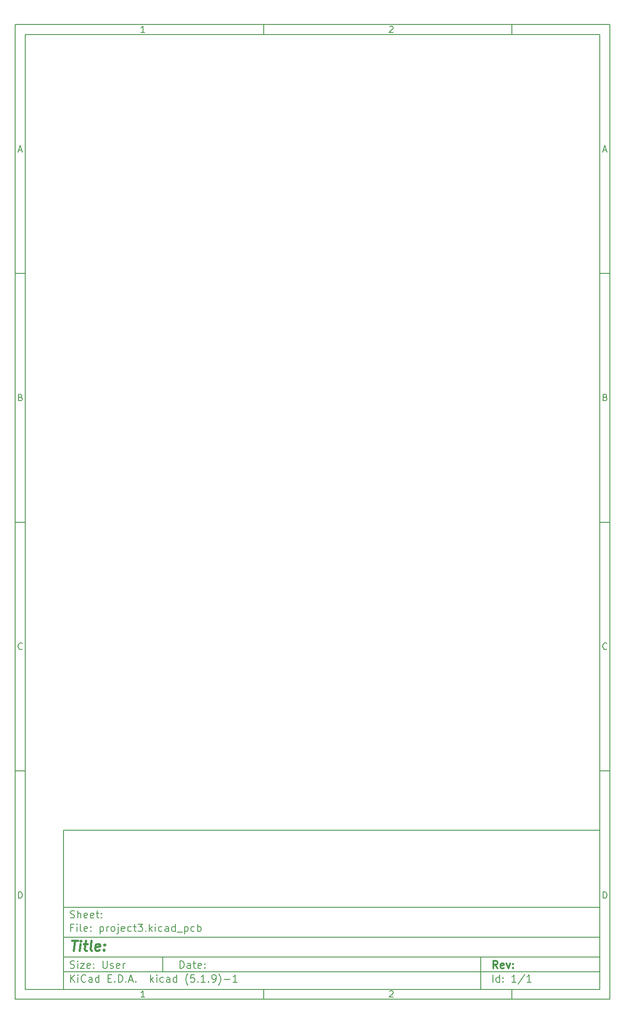
<source format=gbr>
%TF.GenerationSoftware,KiCad,Pcbnew,(5.1.9)-1*%
%TF.CreationDate,2021-06-09T21:17:05-04:00*%
%TF.ProjectId,project3,70726f6a-6563-4743-932e-6b696361645f,rev?*%
%TF.SameCoordinates,Original*%
%TF.FileFunction,Other,Comment*%
%FSLAX45Y45*%
G04 Gerber Fmt 4.5, Leading zero omitted, Abs format (unit mm)*
G04 Created by KiCad (PCBNEW (5.1.9)-1) date 2021-06-09 21:17:05*
%MOMM*%
%LPD*%
G01*
G04 APERTURE LIST*
%ADD10C,0.127000*%
%ADD11C,0.150000*%
%ADD12C,0.300000*%
%ADD13C,0.400000*%
G04 APERTURE END LIST*
D10*
D11*
X1970000Y-17190000D02*
X1970000Y-20390000D01*
X12770000Y-20390000D01*
X12770000Y-17190000D01*
X1970000Y-17190000D01*
D10*
D11*
X1000000Y-1000000D02*
X1000000Y-20590000D01*
X12970000Y-20590000D01*
X12970000Y-1000000D01*
X1000000Y-1000000D01*
D10*
D11*
X1200000Y-1200000D02*
X1200000Y-20390000D01*
X12770000Y-20390000D01*
X12770000Y-1200000D01*
X1200000Y-1200000D01*
D10*
D11*
X6000000Y-1200000D02*
X6000000Y-1000000D01*
D10*
D11*
X11000000Y-1200000D02*
X11000000Y-1000000D01*
D10*
D11*
X3606548Y-1158810D02*
X3532262Y-1158810D01*
X3569405Y-1158810D02*
X3569405Y-1028809D01*
X3557024Y-1047381D01*
X3544643Y-1059762D01*
X3532262Y-1065952D01*
D10*
D11*
X8532262Y-1041190D02*
X8538452Y-1035000D01*
X8550833Y-1028809D01*
X8581786Y-1028809D01*
X8594167Y-1035000D01*
X8600357Y-1041190D01*
X8606548Y-1053571D01*
X8606548Y-1065952D01*
X8600357Y-1084524D01*
X8526071Y-1158810D01*
X8606548Y-1158810D01*
D10*
D11*
X6000000Y-20390000D02*
X6000000Y-20590000D01*
D10*
D11*
X11000000Y-20390000D02*
X11000000Y-20590000D01*
D10*
D11*
X3606548Y-20548810D02*
X3532262Y-20548810D01*
X3569405Y-20548810D02*
X3569405Y-20418810D01*
X3557024Y-20437381D01*
X3544643Y-20449762D01*
X3532262Y-20455952D01*
D10*
D11*
X8532262Y-20431190D02*
X8538452Y-20425000D01*
X8550833Y-20418810D01*
X8581786Y-20418810D01*
X8594167Y-20425000D01*
X8600357Y-20431190D01*
X8606548Y-20443571D01*
X8606548Y-20455952D01*
X8600357Y-20474524D01*
X8526071Y-20548810D01*
X8606548Y-20548810D01*
D10*
D11*
X1000000Y-6000000D02*
X1200000Y-6000000D01*
D10*
D11*
X1000000Y-11000000D02*
X1200000Y-11000000D01*
D10*
D11*
X1000000Y-16000000D02*
X1200000Y-16000000D01*
D10*
D11*
X1069048Y-3521667D02*
X1130952Y-3521667D01*
X1056667Y-3558809D02*
X1100000Y-3428809D01*
X1143333Y-3558809D01*
D10*
D11*
X1109286Y-8490714D02*
X1127857Y-8496905D01*
X1134048Y-8503095D01*
X1140238Y-8515476D01*
X1140238Y-8534048D01*
X1134048Y-8546429D01*
X1127857Y-8552619D01*
X1115476Y-8558810D01*
X1065952Y-8558810D01*
X1065952Y-8428810D01*
X1109286Y-8428810D01*
X1121667Y-8435000D01*
X1127857Y-8441190D01*
X1134048Y-8453571D01*
X1134048Y-8465952D01*
X1127857Y-8478333D01*
X1121667Y-8484524D01*
X1109286Y-8490714D01*
X1065952Y-8490714D01*
D10*
D11*
X1140238Y-13546428D02*
X1134048Y-13552619D01*
X1115476Y-13558809D01*
X1103095Y-13558809D01*
X1084524Y-13552619D01*
X1072143Y-13540238D01*
X1065952Y-13527857D01*
X1059762Y-13503095D01*
X1059762Y-13484524D01*
X1065952Y-13459762D01*
X1072143Y-13447381D01*
X1084524Y-13435000D01*
X1103095Y-13428809D01*
X1115476Y-13428809D01*
X1134048Y-13435000D01*
X1140238Y-13441190D01*
D10*
D11*
X1065952Y-18558810D02*
X1065952Y-18428810D01*
X1096905Y-18428810D01*
X1115476Y-18435000D01*
X1127857Y-18447381D01*
X1134048Y-18459762D01*
X1140238Y-18484524D01*
X1140238Y-18503095D01*
X1134048Y-18527857D01*
X1127857Y-18540238D01*
X1115476Y-18552619D01*
X1096905Y-18558810D01*
X1065952Y-18558810D01*
D10*
D11*
X12970000Y-6000000D02*
X12770000Y-6000000D01*
D10*
D11*
X12970000Y-11000000D02*
X12770000Y-11000000D01*
D10*
D11*
X12970000Y-16000000D02*
X12770000Y-16000000D01*
D10*
D11*
X12839048Y-3521667D02*
X12900952Y-3521667D01*
X12826667Y-3558809D02*
X12870000Y-3428809D01*
X12913333Y-3558809D01*
D10*
D11*
X12879286Y-8490714D02*
X12897857Y-8496905D01*
X12904048Y-8503095D01*
X12910238Y-8515476D01*
X12910238Y-8534048D01*
X12904048Y-8546429D01*
X12897857Y-8552619D01*
X12885476Y-8558810D01*
X12835952Y-8558810D01*
X12835952Y-8428810D01*
X12879286Y-8428810D01*
X12891667Y-8435000D01*
X12897857Y-8441190D01*
X12904048Y-8453571D01*
X12904048Y-8465952D01*
X12897857Y-8478333D01*
X12891667Y-8484524D01*
X12879286Y-8490714D01*
X12835952Y-8490714D01*
D10*
D11*
X12910238Y-13546428D02*
X12904048Y-13552619D01*
X12885476Y-13558809D01*
X12873095Y-13558809D01*
X12854524Y-13552619D01*
X12842143Y-13540238D01*
X12835952Y-13527857D01*
X12829762Y-13503095D01*
X12829762Y-13484524D01*
X12835952Y-13459762D01*
X12842143Y-13447381D01*
X12854524Y-13435000D01*
X12873095Y-13428809D01*
X12885476Y-13428809D01*
X12904048Y-13435000D01*
X12910238Y-13441190D01*
D10*
D11*
X12835952Y-18558810D02*
X12835952Y-18428810D01*
X12866905Y-18428810D01*
X12885476Y-18435000D01*
X12897857Y-18447381D01*
X12904048Y-18459762D01*
X12910238Y-18484524D01*
X12910238Y-18503095D01*
X12904048Y-18527857D01*
X12897857Y-18540238D01*
X12885476Y-18552619D01*
X12866905Y-18558810D01*
X12835952Y-18558810D01*
D10*
D11*
X4313214Y-19967857D02*
X4313214Y-19817857D01*
X4348929Y-19817857D01*
X4370357Y-19825000D01*
X4384643Y-19839286D01*
X4391786Y-19853571D01*
X4398929Y-19882143D01*
X4398929Y-19903571D01*
X4391786Y-19932143D01*
X4384643Y-19946429D01*
X4370357Y-19960714D01*
X4348929Y-19967857D01*
X4313214Y-19967857D01*
X4527500Y-19967857D02*
X4527500Y-19889286D01*
X4520357Y-19875000D01*
X4506071Y-19867857D01*
X4477500Y-19867857D01*
X4463214Y-19875000D01*
X4527500Y-19960714D02*
X4513214Y-19967857D01*
X4477500Y-19967857D01*
X4463214Y-19960714D01*
X4456071Y-19946429D01*
X4456071Y-19932143D01*
X4463214Y-19917857D01*
X4477500Y-19910714D01*
X4513214Y-19910714D01*
X4527500Y-19903571D01*
X4577500Y-19867857D02*
X4634643Y-19867857D01*
X4598929Y-19817857D02*
X4598929Y-19946429D01*
X4606071Y-19960714D01*
X4620357Y-19967857D01*
X4634643Y-19967857D01*
X4741786Y-19960714D02*
X4727500Y-19967857D01*
X4698929Y-19967857D01*
X4684643Y-19960714D01*
X4677500Y-19946429D01*
X4677500Y-19889286D01*
X4684643Y-19875000D01*
X4698929Y-19867857D01*
X4727500Y-19867857D01*
X4741786Y-19875000D01*
X4748929Y-19889286D01*
X4748929Y-19903571D01*
X4677500Y-19917857D01*
X4813214Y-19953571D02*
X4820357Y-19960714D01*
X4813214Y-19967857D01*
X4806071Y-19960714D01*
X4813214Y-19953571D01*
X4813214Y-19967857D01*
X4813214Y-19875000D02*
X4820357Y-19882143D01*
X4813214Y-19889286D01*
X4806071Y-19882143D01*
X4813214Y-19875000D01*
X4813214Y-19889286D01*
D10*
D11*
X1970000Y-20040000D02*
X12770000Y-20040000D01*
D10*
D11*
X2113214Y-20247857D02*
X2113214Y-20097857D01*
X2198929Y-20247857D02*
X2134643Y-20162143D01*
X2198929Y-20097857D02*
X2113214Y-20183571D01*
X2263214Y-20247857D02*
X2263214Y-20147857D01*
X2263214Y-20097857D02*
X2256071Y-20105000D01*
X2263214Y-20112143D01*
X2270357Y-20105000D01*
X2263214Y-20097857D01*
X2263214Y-20112143D01*
X2420357Y-20233571D02*
X2413214Y-20240714D01*
X2391786Y-20247857D01*
X2377500Y-20247857D01*
X2356071Y-20240714D01*
X2341786Y-20226429D01*
X2334643Y-20212143D01*
X2327500Y-20183571D01*
X2327500Y-20162143D01*
X2334643Y-20133571D01*
X2341786Y-20119286D01*
X2356071Y-20105000D01*
X2377500Y-20097857D01*
X2391786Y-20097857D01*
X2413214Y-20105000D01*
X2420357Y-20112143D01*
X2548929Y-20247857D02*
X2548929Y-20169286D01*
X2541786Y-20155000D01*
X2527500Y-20147857D01*
X2498929Y-20147857D01*
X2484643Y-20155000D01*
X2548929Y-20240714D02*
X2534643Y-20247857D01*
X2498929Y-20247857D01*
X2484643Y-20240714D01*
X2477500Y-20226429D01*
X2477500Y-20212143D01*
X2484643Y-20197857D01*
X2498929Y-20190714D01*
X2534643Y-20190714D01*
X2548929Y-20183571D01*
X2684643Y-20247857D02*
X2684643Y-20097857D01*
X2684643Y-20240714D02*
X2670357Y-20247857D01*
X2641786Y-20247857D01*
X2627500Y-20240714D01*
X2620357Y-20233571D01*
X2613214Y-20219286D01*
X2613214Y-20176429D01*
X2620357Y-20162143D01*
X2627500Y-20155000D01*
X2641786Y-20147857D01*
X2670357Y-20147857D01*
X2684643Y-20155000D01*
X2870357Y-20169286D02*
X2920357Y-20169286D01*
X2941786Y-20247857D02*
X2870357Y-20247857D01*
X2870357Y-20097857D01*
X2941786Y-20097857D01*
X3006071Y-20233571D02*
X3013214Y-20240714D01*
X3006071Y-20247857D01*
X2998928Y-20240714D01*
X3006071Y-20233571D01*
X3006071Y-20247857D01*
X3077500Y-20247857D02*
X3077500Y-20097857D01*
X3113214Y-20097857D01*
X3134643Y-20105000D01*
X3148928Y-20119286D01*
X3156071Y-20133571D01*
X3163214Y-20162143D01*
X3163214Y-20183571D01*
X3156071Y-20212143D01*
X3148928Y-20226429D01*
X3134643Y-20240714D01*
X3113214Y-20247857D01*
X3077500Y-20247857D01*
X3227500Y-20233571D02*
X3234643Y-20240714D01*
X3227500Y-20247857D01*
X3220357Y-20240714D01*
X3227500Y-20233571D01*
X3227500Y-20247857D01*
X3291786Y-20205000D02*
X3363214Y-20205000D01*
X3277500Y-20247857D02*
X3327500Y-20097857D01*
X3377500Y-20247857D01*
X3427500Y-20233571D02*
X3434643Y-20240714D01*
X3427500Y-20247857D01*
X3420357Y-20240714D01*
X3427500Y-20233571D01*
X3427500Y-20247857D01*
X3727500Y-20247857D02*
X3727500Y-20097857D01*
X3741786Y-20190714D02*
X3784643Y-20247857D01*
X3784643Y-20147857D02*
X3727500Y-20205000D01*
X3848928Y-20247857D02*
X3848928Y-20147857D01*
X3848928Y-20097857D02*
X3841786Y-20105000D01*
X3848928Y-20112143D01*
X3856071Y-20105000D01*
X3848928Y-20097857D01*
X3848928Y-20112143D01*
X3984643Y-20240714D02*
X3970357Y-20247857D01*
X3941786Y-20247857D01*
X3927500Y-20240714D01*
X3920357Y-20233571D01*
X3913214Y-20219286D01*
X3913214Y-20176429D01*
X3920357Y-20162143D01*
X3927500Y-20155000D01*
X3941786Y-20147857D01*
X3970357Y-20147857D01*
X3984643Y-20155000D01*
X4113214Y-20247857D02*
X4113214Y-20169286D01*
X4106071Y-20155000D01*
X4091786Y-20147857D01*
X4063214Y-20147857D01*
X4048928Y-20155000D01*
X4113214Y-20240714D02*
X4098928Y-20247857D01*
X4063214Y-20247857D01*
X4048928Y-20240714D01*
X4041786Y-20226429D01*
X4041786Y-20212143D01*
X4048928Y-20197857D01*
X4063214Y-20190714D01*
X4098928Y-20190714D01*
X4113214Y-20183571D01*
X4248929Y-20247857D02*
X4248929Y-20097857D01*
X4248929Y-20240714D02*
X4234643Y-20247857D01*
X4206071Y-20247857D01*
X4191786Y-20240714D01*
X4184643Y-20233571D01*
X4177500Y-20219286D01*
X4177500Y-20176429D01*
X4184643Y-20162143D01*
X4191786Y-20155000D01*
X4206071Y-20147857D01*
X4234643Y-20147857D01*
X4248929Y-20155000D01*
X4477500Y-20305000D02*
X4470357Y-20297857D01*
X4456071Y-20276429D01*
X4448929Y-20262143D01*
X4441786Y-20240714D01*
X4434643Y-20205000D01*
X4434643Y-20176429D01*
X4441786Y-20140714D01*
X4448929Y-20119286D01*
X4456071Y-20105000D01*
X4470357Y-20083571D01*
X4477500Y-20076429D01*
X4606071Y-20097857D02*
X4534643Y-20097857D01*
X4527500Y-20169286D01*
X4534643Y-20162143D01*
X4548929Y-20155000D01*
X4584643Y-20155000D01*
X4598929Y-20162143D01*
X4606071Y-20169286D01*
X4613214Y-20183571D01*
X4613214Y-20219286D01*
X4606071Y-20233571D01*
X4598929Y-20240714D01*
X4584643Y-20247857D01*
X4548929Y-20247857D01*
X4534643Y-20240714D01*
X4527500Y-20233571D01*
X4677500Y-20233571D02*
X4684643Y-20240714D01*
X4677500Y-20247857D01*
X4670357Y-20240714D01*
X4677500Y-20233571D01*
X4677500Y-20247857D01*
X4827500Y-20247857D02*
X4741786Y-20247857D01*
X4784643Y-20247857D02*
X4784643Y-20097857D01*
X4770357Y-20119286D01*
X4756071Y-20133571D01*
X4741786Y-20140714D01*
X4891786Y-20233571D02*
X4898929Y-20240714D01*
X4891786Y-20247857D01*
X4884643Y-20240714D01*
X4891786Y-20233571D01*
X4891786Y-20247857D01*
X4970357Y-20247857D02*
X4998929Y-20247857D01*
X5013214Y-20240714D01*
X5020357Y-20233571D01*
X5034643Y-20212143D01*
X5041786Y-20183571D01*
X5041786Y-20126429D01*
X5034643Y-20112143D01*
X5027500Y-20105000D01*
X5013214Y-20097857D01*
X4984643Y-20097857D01*
X4970357Y-20105000D01*
X4963214Y-20112143D01*
X4956071Y-20126429D01*
X4956071Y-20162143D01*
X4963214Y-20176429D01*
X4970357Y-20183571D01*
X4984643Y-20190714D01*
X5013214Y-20190714D01*
X5027500Y-20183571D01*
X5034643Y-20176429D01*
X5041786Y-20162143D01*
X5091786Y-20305000D02*
X5098929Y-20297857D01*
X5113214Y-20276429D01*
X5120357Y-20262143D01*
X5127500Y-20240714D01*
X5134643Y-20205000D01*
X5134643Y-20176429D01*
X5127500Y-20140714D01*
X5120357Y-20119286D01*
X5113214Y-20105000D01*
X5098929Y-20083571D01*
X5091786Y-20076429D01*
X5206071Y-20190714D02*
X5320357Y-20190714D01*
X5470357Y-20247857D02*
X5384643Y-20247857D01*
X5427500Y-20247857D02*
X5427500Y-20097857D01*
X5413214Y-20119286D01*
X5398929Y-20133571D01*
X5384643Y-20140714D01*
D10*
D11*
X1970000Y-19740000D02*
X12770000Y-19740000D01*
D10*
D12*
X10710929Y-19967857D02*
X10660929Y-19896429D01*
X10625214Y-19967857D02*
X10625214Y-19817857D01*
X10682357Y-19817857D01*
X10696643Y-19825000D01*
X10703786Y-19832143D01*
X10710929Y-19846429D01*
X10710929Y-19867857D01*
X10703786Y-19882143D01*
X10696643Y-19889286D01*
X10682357Y-19896429D01*
X10625214Y-19896429D01*
X10832357Y-19960714D02*
X10818071Y-19967857D01*
X10789500Y-19967857D01*
X10775214Y-19960714D01*
X10768071Y-19946429D01*
X10768071Y-19889286D01*
X10775214Y-19875000D01*
X10789500Y-19867857D01*
X10818071Y-19867857D01*
X10832357Y-19875000D01*
X10839500Y-19889286D01*
X10839500Y-19903571D01*
X10768071Y-19917857D01*
X10889500Y-19867857D02*
X10925214Y-19967857D01*
X10960929Y-19867857D01*
X11018071Y-19953571D02*
X11025214Y-19960714D01*
X11018071Y-19967857D01*
X11010929Y-19960714D01*
X11018071Y-19953571D01*
X11018071Y-19967857D01*
X11018071Y-19875000D02*
X11025214Y-19882143D01*
X11018071Y-19889286D01*
X11010929Y-19882143D01*
X11018071Y-19875000D01*
X11018071Y-19889286D01*
D10*
D11*
X2106071Y-19960714D02*
X2127500Y-19967857D01*
X2163214Y-19967857D01*
X2177500Y-19960714D01*
X2184643Y-19953571D01*
X2191786Y-19939286D01*
X2191786Y-19925000D01*
X2184643Y-19910714D01*
X2177500Y-19903571D01*
X2163214Y-19896429D01*
X2134643Y-19889286D01*
X2120357Y-19882143D01*
X2113214Y-19875000D01*
X2106071Y-19860714D01*
X2106071Y-19846429D01*
X2113214Y-19832143D01*
X2120357Y-19825000D01*
X2134643Y-19817857D01*
X2170357Y-19817857D01*
X2191786Y-19825000D01*
X2256071Y-19967857D02*
X2256071Y-19867857D01*
X2256071Y-19817857D02*
X2248929Y-19825000D01*
X2256071Y-19832143D01*
X2263214Y-19825000D01*
X2256071Y-19817857D01*
X2256071Y-19832143D01*
X2313214Y-19867857D02*
X2391786Y-19867857D01*
X2313214Y-19967857D01*
X2391786Y-19967857D01*
X2506071Y-19960714D02*
X2491786Y-19967857D01*
X2463214Y-19967857D01*
X2448929Y-19960714D01*
X2441786Y-19946429D01*
X2441786Y-19889286D01*
X2448929Y-19875000D01*
X2463214Y-19867857D01*
X2491786Y-19867857D01*
X2506071Y-19875000D01*
X2513214Y-19889286D01*
X2513214Y-19903571D01*
X2441786Y-19917857D01*
X2577500Y-19953571D02*
X2584643Y-19960714D01*
X2577500Y-19967857D01*
X2570357Y-19960714D01*
X2577500Y-19953571D01*
X2577500Y-19967857D01*
X2577500Y-19875000D02*
X2584643Y-19882143D01*
X2577500Y-19889286D01*
X2570357Y-19882143D01*
X2577500Y-19875000D01*
X2577500Y-19889286D01*
X2763214Y-19817857D02*
X2763214Y-19939286D01*
X2770357Y-19953571D01*
X2777500Y-19960714D01*
X2791786Y-19967857D01*
X2820357Y-19967857D01*
X2834643Y-19960714D01*
X2841786Y-19953571D01*
X2848928Y-19939286D01*
X2848928Y-19817857D01*
X2913214Y-19960714D02*
X2927500Y-19967857D01*
X2956071Y-19967857D01*
X2970357Y-19960714D01*
X2977500Y-19946429D01*
X2977500Y-19939286D01*
X2970357Y-19925000D01*
X2956071Y-19917857D01*
X2934643Y-19917857D01*
X2920357Y-19910714D01*
X2913214Y-19896429D01*
X2913214Y-19889286D01*
X2920357Y-19875000D01*
X2934643Y-19867857D01*
X2956071Y-19867857D01*
X2970357Y-19875000D01*
X3098928Y-19960714D02*
X3084643Y-19967857D01*
X3056071Y-19967857D01*
X3041786Y-19960714D01*
X3034643Y-19946429D01*
X3034643Y-19889286D01*
X3041786Y-19875000D01*
X3056071Y-19867857D01*
X3084643Y-19867857D01*
X3098928Y-19875000D01*
X3106071Y-19889286D01*
X3106071Y-19903571D01*
X3034643Y-19917857D01*
X3170357Y-19967857D02*
X3170357Y-19867857D01*
X3170357Y-19896429D02*
X3177500Y-19882143D01*
X3184643Y-19875000D01*
X3198928Y-19867857D01*
X3213214Y-19867857D01*
D10*
D11*
X10613214Y-20247857D02*
X10613214Y-20097857D01*
X10748929Y-20247857D02*
X10748929Y-20097857D01*
X10748929Y-20240714D02*
X10734643Y-20247857D01*
X10706071Y-20247857D01*
X10691786Y-20240714D01*
X10684643Y-20233571D01*
X10677500Y-20219286D01*
X10677500Y-20176429D01*
X10684643Y-20162143D01*
X10691786Y-20155000D01*
X10706071Y-20147857D01*
X10734643Y-20147857D01*
X10748929Y-20155000D01*
X10820357Y-20233571D02*
X10827500Y-20240714D01*
X10820357Y-20247857D01*
X10813214Y-20240714D01*
X10820357Y-20233571D01*
X10820357Y-20247857D01*
X10820357Y-20155000D02*
X10827500Y-20162143D01*
X10820357Y-20169286D01*
X10813214Y-20162143D01*
X10820357Y-20155000D01*
X10820357Y-20169286D01*
X11084643Y-20247857D02*
X10998929Y-20247857D01*
X11041786Y-20247857D02*
X11041786Y-20097857D01*
X11027500Y-20119286D01*
X11013214Y-20133571D01*
X10998929Y-20140714D01*
X11256071Y-20090714D02*
X11127500Y-20283571D01*
X11384643Y-20247857D02*
X11298928Y-20247857D01*
X11341786Y-20247857D02*
X11341786Y-20097857D01*
X11327500Y-20119286D01*
X11313214Y-20133571D01*
X11298928Y-20140714D01*
D10*
D11*
X1970000Y-19340000D02*
X12770000Y-19340000D01*
D10*
D13*
X2141238Y-19410476D02*
X2255524Y-19410476D01*
X2173381Y-19610476D02*
X2198381Y-19410476D01*
X2297190Y-19610476D02*
X2313857Y-19477143D01*
X2322190Y-19410476D02*
X2311476Y-19420000D01*
X2319810Y-19429524D01*
X2330524Y-19420000D01*
X2322190Y-19410476D01*
X2319810Y-19429524D01*
X2380524Y-19477143D02*
X2456714Y-19477143D01*
X2417429Y-19410476D02*
X2396000Y-19581905D01*
X2403143Y-19600952D01*
X2421000Y-19610476D01*
X2440048Y-19610476D01*
X2535286Y-19610476D02*
X2517429Y-19600952D01*
X2510286Y-19581905D01*
X2531714Y-19410476D01*
X2688857Y-19600952D02*
X2668619Y-19610476D01*
X2630524Y-19610476D01*
X2612667Y-19600952D01*
X2605524Y-19581905D01*
X2615048Y-19505714D01*
X2626952Y-19486667D01*
X2647190Y-19477143D01*
X2685286Y-19477143D01*
X2703143Y-19486667D01*
X2710286Y-19505714D01*
X2707905Y-19524762D01*
X2610286Y-19543810D01*
X2785286Y-19591429D02*
X2793619Y-19600952D01*
X2782905Y-19610476D01*
X2774571Y-19600952D01*
X2785286Y-19591429D01*
X2782905Y-19610476D01*
X2798381Y-19486667D02*
X2806714Y-19496190D01*
X2796000Y-19505714D01*
X2787667Y-19496190D01*
X2798381Y-19486667D01*
X2796000Y-19505714D01*
D10*
D11*
X2163214Y-19149286D02*
X2113214Y-19149286D01*
X2113214Y-19227857D02*
X2113214Y-19077857D01*
X2184643Y-19077857D01*
X2241786Y-19227857D02*
X2241786Y-19127857D01*
X2241786Y-19077857D02*
X2234643Y-19085000D01*
X2241786Y-19092143D01*
X2248929Y-19085000D01*
X2241786Y-19077857D01*
X2241786Y-19092143D01*
X2334643Y-19227857D02*
X2320357Y-19220714D01*
X2313214Y-19206429D01*
X2313214Y-19077857D01*
X2448929Y-19220714D02*
X2434643Y-19227857D01*
X2406071Y-19227857D01*
X2391786Y-19220714D01*
X2384643Y-19206429D01*
X2384643Y-19149286D01*
X2391786Y-19135000D01*
X2406071Y-19127857D01*
X2434643Y-19127857D01*
X2448929Y-19135000D01*
X2456071Y-19149286D01*
X2456071Y-19163571D01*
X2384643Y-19177857D01*
X2520357Y-19213571D02*
X2527500Y-19220714D01*
X2520357Y-19227857D01*
X2513214Y-19220714D01*
X2520357Y-19213571D01*
X2520357Y-19227857D01*
X2520357Y-19135000D02*
X2527500Y-19142143D01*
X2520357Y-19149286D01*
X2513214Y-19142143D01*
X2520357Y-19135000D01*
X2520357Y-19149286D01*
X2706071Y-19127857D02*
X2706071Y-19277857D01*
X2706071Y-19135000D02*
X2720357Y-19127857D01*
X2748929Y-19127857D01*
X2763214Y-19135000D01*
X2770357Y-19142143D01*
X2777500Y-19156429D01*
X2777500Y-19199286D01*
X2770357Y-19213571D01*
X2763214Y-19220714D01*
X2748929Y-19227857D01*
X2720357Y-19227857D01*
X2706071Y-19220714D01*
X2841786Y-19227857D02*
X2841786Y-19127857D01*
X2841786Y-19156429D02*
X2848928Y-19142143D01*
X2856071Y-19135000D01*
X2870357Y-19127857D01*
X2884643Y-19127857D01*
X2956071Y-19227857D02*
X2941786Y-19220714D01*
X2934643Y-19213571D01*
X2927500Y-19199286D01*
X2927500Y-19156429D01*
X2934643Y-19142143D01*
X2941786Y-19135000D01*
X2956071Y-19127857D01*
X2977500Y-19127857D01*
X2991786Y-19135000D01*
X2998928Y-19142143D01*
X3006071Y-19156429D01*
X3006071Y-19199286D01*
X2998928Y-19213571D01*
X2991786Y-19220714D01*
X2977500Y-19227857D01*
X2956071Y-19227857D01*
X3070357Y-19127857D02*
X3070357Y-19256429D01*
X3063214Y-19270714D01*
X3048928Y-19277857D01*
X3041786Y-19277857D01*
X3070357Y-19077857D02*
X3063214Y-19085000D01*
X3070357Y-19092143D01*
X3077500Y-19085000D01*
X3070357Y-19077857D01*
X3070357Y-19092143D01*
X3198928Y-19220714D02*
X3184643Y-19227857D01*
X3156071Y-19227857D01*
X3141786Y-19220714D01*
X3134643Y-19206429D01*
X3134643Y-19149286D01*
X3141786Y-19135000D01*
X3156071Y-19127857D01*
X3184643Y-19127857D01*
X3198928Y-19135000D01*
X3206071Y-19149286D01*
X3206071Y-19163571D01*
X3134643Y-19177857D01*
X3334643Y-19220714D02*
X3320357Y-19227857D01*
X3291786Y-19227857D01*
X3277500Y-19220714D01*
X3270357Y-19213571D01*
X3263214Y-19199286D01*
X3263214Y-19156429D01*
X3270357Y-19142143D01*
X3277500Y-19135000D01*
X3291786Y-19127857D01*
X3320357Y-19127857D01*
X3334643Y-19135000D01*
X3377500Y-19127857D02*
X3434643Y-19127857D01*
X3398928Y-19077857D02*
X3398928Y-19206429D01*
X3406071Y-19220714D01*
X3420357Y-19227857D01*
X3434643Y-19227857D01*
X3470357Y-19077857D02*
X3563214Y-19077857D01*
X3513214Y-19135000D01*
X3534643Y-19135000D01*
X3548928Y-19142143D01*
X3556071Y-19149286D01*
X3563214Y-19163571D01*
X3563214Y-19199286D01*
X3556071Y-19213571D01*
X3548928Y-19220714D01*
X3534643Y-19227857D01*
X3491786Y-19227857D01*
X3477500Y-19220714D01*
X3470357Y-19213571D01*
X3627500Y-19213571D02*
X3634643Y-19220714D01*
X3627500Y-19227857D01*
X3620357Y-19220714D01*
X3627500Y-19213571D01*
X3627500Y-19227857D01*
X3698928Y-19227857D02*
X3698928Y-19077857D01*
X3713214Y-19170714D02*
X3756071Y-19227857D01*
X3756071Y-19127857D02*
X3698928Y-19185000D01*
X3820357Y-19227857D02*
X3820357Y-19127857D01*
X3820357Y-19077857D02*
X3813214Y-19085000D01*
X3820357Y-19092143D01*
X3827500Y-19085000D01*
X3820357Y-19077857D01*
X3820357Y-19092143D01*
X3956071Y-19220714D02*
X3941786Y-19227857D01*
X3913214Y-19227857D01*
X3898928Y-19220714D01*
X3891786Y-19213571D01*
X3884643Y-19199286D01*
X3884643Y-19156429D01*
X3891786Y-19142143D01*
X3898928Y-19135000D01*
X3913214Y-19127857D01*
X3941786Y-19127857D01*
X3956071Y-19135000D01*
X4084643Y-19227857D02*
X4084643Y-19149286D01*
X4077500Y-19135000D01*
X4063214Y-19127857D01*
X4034643Y-19127857D01*
X4020357Y-19135000D01*
X4084643Y-19220714D02*
X4070357Y-19227857D01*
X4034643Y-19227857D01*
X4020357Y-19220714D01*
X4013214Y-19206429D01*
X4013214Y-19192143D01*
X4020357Y-19177857D01*
X4034643Y-19170714D01*
X4070357Y-19170714D01*
X4084643Y-19163571D01*
X4220357Y-19227857D02*
X4220357Y-19077857D01*
X4220357Y-19220714D02*
X4206071Y-19227857D01*
X4177500Y-19227857D01*
X4163214Y-19220714D01*
X4156071Y-19213571D01*
X4148928Y-19199286D01*
X4148928Y-19156429D01*
X4156071Y-19142143D01*
X4163214Y-19135000D01*
X4177500Y-19127857D01*
X4206071Y-19127857D01*
X4220357Y-19135000D01*
X4256071Y-19242143D02*
X4370357Y-19242143D01*
X4406071Y-19127857D02*
X4406071Y-19277857D01*
X4406071Y-19135000D02*
X4420357Y-19127857D01*
X4448929Y-19127857D01*
X4463214Y-19135000D01*
X4470357Y-19142143D01*
X4477500Y-19156429D01*
X4477500Y-19199286D01*
X4470357Y-19213571D01*
X4463214Y-19220714D01*
X4448929Y-19227857D01*
X4420357Y-19227857D01*
X4406071Y-19220714D01*
X4606071Y-19220714D02*
X4591786Y-19227857D01*
X4563214Y-19227857D01*
X4548929Y-19220714D01*
X4541786Y-19213571D01*
X4534643Y-19199286D01*
X4534643Y-19156429D01*
X4541786Y-19142143D01*
X4548929Y-19135000D01*
X4563214Y-19127857D01*
X4591786Y-19127857D01*
X4606071Y-19135000D01*
X4670357Y-19227857D02*
X4670357Y-19077857D01*
X4670357Y-19135000D02*
X4684643Y-19127857D01*
X4713214Y-19127857D01*
X4727500Y-19135000D01*
X4734643Y-19142143D01*
X4741786Y-19156429D01*
X4741786Y-19199286D01*
X4734643Y-19213571D01*
X4727500Y-19220714D01*
X4713214Y-19227857D01*
X4684643Y-19227857D01*
X4670357Y-19220714D01*
D10*
D11*
X1970000Y-18740000D02*
X12770000Y-18740000D01*
D10*
D11*
X2106071Y-18950714D02*
X2127500Y-18957857D01*
X2163214Y-18957857D01*
X2177500Y-18950714D01*
X2184643Y-18943571D01*
X2191786Y-18929286D01*
X2191786Y-18915000D01*
X2184643Y-18900714D01*
X2177500Y-18893571D01*
X2163214Y-18886429D01*
X2134643Y-18879286D01*
X2120357Y-18872143D01*
X2113214Y-18865000D01*
X2106071Y-18850714D01*
X2106071Y-18836429D01*
X2113214Y-18822143D01*
X2120357Y-18815000D01*
X2134643Y-18807857D01*
X2170357Y-18807857D01*
X2191786Y-18815000D01*
X2256071Y-18957857D02*
X2256071Y-18807857D01*
X2320357Y-18957857D02*
X2320357Y-18879286D01*
X2313214Y-18865000D01*
X2298929Y-18857857D01*
X2277500Y-18857857D01*
X2263214Y-18865000D01*
X2256071Y-18872143D01*
X2448929Y-18950714D02*
X2434643Y-18957857D01*
X2406071Y-18957857D01*
X2391786Y-18950714D01*
X2384643Y-18936429D01*
X2384643Y-18879286D01*
X2391786Y-18865000D01*
X2406071Y-18857857D01*
X2434643Y-18857857D01*
X2448929Y-18865000D01*
X2456071Y-18879286D01*
X2456071Y-18893571D01*
X2384643Y-18907857D01*
X2577500Y-18950714D02*
X2563214Y-18957857D01*
X2534643Y-18957857D01*
X2520357Y-18950714D01*
X2513214Y-18936429D01*
X2513214Y-18879286D01*
X2520357Y-18865000D01*
X2534643Y-18857857D01*
X2563214Y-18857857D01*
X2577500Y-18865000D01*
X2584643Y-18879286D01*
X2584643Y-18893571D01*
X2513214Y-18907857D01*
X2627500Y-18857857D02*
X2684643Y-18857857D01*
X2648929Y-18807857D02*
X2648929Y-18936429D01*
X2656071Y-18950714D01*
X2670357Y-18957857D01*
X2684643Y-18957857D01*
X2734643Y-18943571D02*
X2741786Y-18950714D01*
X2734643Y-18957857D01*
X2727500Y-18950714D01*
X2734643Y-18943571D01*
X2734643Y-18957857D01*
X2734643Y-18865000D02*
X2741786Y-18872143D01*
X2734643Y-18879286D01*
X2727500Y-18872143D01*
X2734643Y-18865000D01*
X2734643Y-18879286D01*
D10*
D11*
X3970000Y-19740000D02*
X3970000Y-20040000D01*
D10*
D11*
X10370000Y-19740000D02*
X10370000Y-20390000D01*
M02*

</source>
